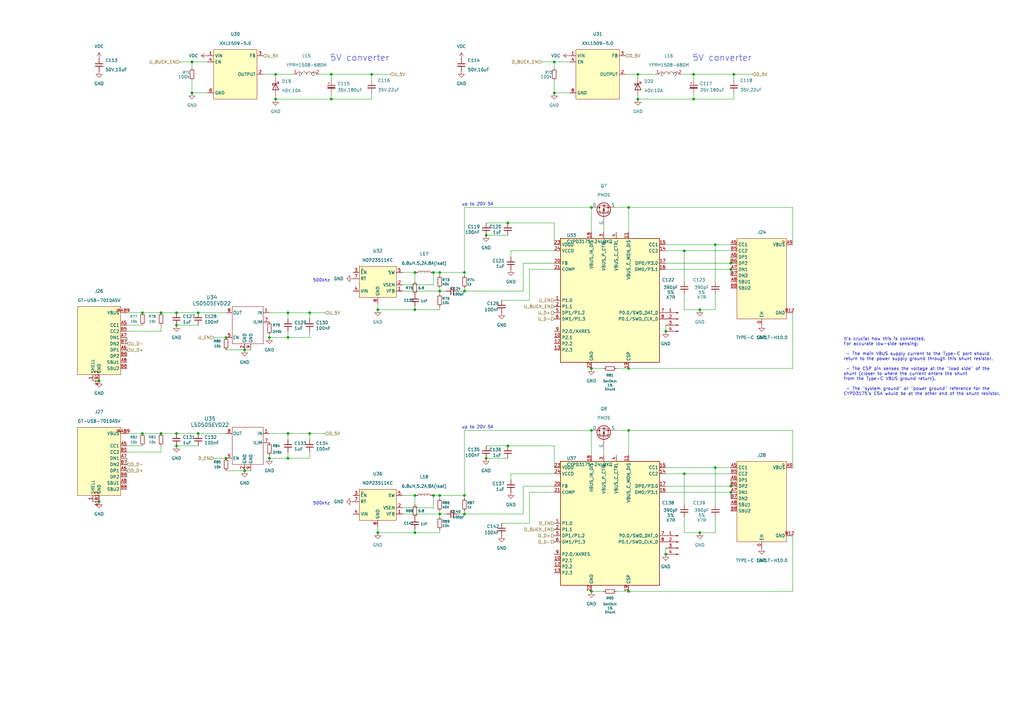
<source format=kicad_sch>
(kicad_sch (version 20250114) (generator "eeschema") (generator_version "9.0")
  (paper "A3")
  (text "up to 20V 5A" (at 202.438 175.26 0) (effects (font (size 1.27 1.27)) (justify right)))
  (text "5V converter" (at 296.164 23.876 0) (effects (font (size 2.54 2.54))))
  (text "up to 20V 5A" (at 202.438 83.82 0) (effects (font (size 1.27 1.27)) (justify right)))
  (text "500khz" (at 131.826 206.502 0) (effects (font (size 1.27 1.27))))
  (text "500khz" (at 131.826 115.062 0) (effects (font (size 1.27 1.27))))
  (text "5V converter" (at 147.574 23.876 0) (effects (font (size 2.54 2.54))))
  (text "It's crucial how this is connected.\nFor accurate low-side sensing:\n\n - The main VBUS supply current to the Type-C port should\nreturn to the power supply ground through this shunt resistor.\n\n - The CSP pin senses the voltage at the \"load side\" of the\nshunt (closer to where the current enters the shunt\nfrom the Type-C VBUS ground return).\n\n - The \"system ground\" or \"power ground\" reference for the\nCYPD3175's CSA would be at the other end of the shunt resistor." (at 345.948 150.368 0) (effects (font (size 1.27 1.27)) (justify left)))
  (junction (at 284.48 40.64))
  (junction (at 299.72 110.49))
  (junction (at 190.5 119.38))
  (junction (at 180.34 203.2))
  (junction (at 110.49 187.96))
  (junction (at 287.02 127))
  (junction (at 58.42 177.8))
  (junction (at 257.81 242.57))
  (junction (at 100.33 143.51))
  (junction (at 92.71 138.43))
  (junction (at 261.62 40.64))
  (junction (at 199.39 187.96))
  (junction (at 154.94 127))
  (junction (at 72.39 177.8))
  (junction (at 257.81 176.53))
  (junction (at 257.81 151.13))
  (junction (at 287.02 218.44))
  (junction (at 280.67 194.31))
  (junction (at 127 177.8))
  (junction (at 190.5 203.2))
  (junction (at 177.8 203.2))
  (junction (at 242.57 85.09))
  (junction (at 293.37 191.77))
  (junction (at 180.34 119.38))
  (junction (at 135.89 30.48))
  (junction (at 154.94 218.44))
  (junction (at 66.04 177.8))
  (junction (at 170.18 218.44))
  (junction (at 208.28 91.44))
  (junction (at 72.39 182.88))
  (junction (at 293.37 100.33))
  (junction (at 113.03 40.64))
  (junction (at 81.28 128.27))
  (junction (at 242.57 242.57))
  (junction (at 242.57 176.53))
  (junction (at 180.34 111.76))
  (junction (at 190.5 111.76))
  (junction (at 135.89 40.64))
  (junction (at 152.4 30.48))
  (junction (at 299.72 201.93))
  (junction (at 170.18 111.76))
  (junction (at 273.05 227.33))
  (junction (at 118.11 187.96))
  (junction (at 257.81 85.09))
  (junction (at 72.39 128.27))
  (junction (at 199.39 96.52))
  (junction (at 280.67 102.87))
  (junction (at 208.28 182.88))
  (junction (at 227.33 25.4))
  (junction (at 170.18 203.2))
  (junction (at 40.64 156.21))
  (junction (at 242.57 151.13))
  (junction (at 299.72 199.39))
  (junction (at 78.74 38.1))
  (junction (at 177.8 111.76))
  (junction (at 118.11 177.8))
  (junction (at 40.64 205.74))
  (junction (at 100.33 193.04))
  (junction (at 273.05 135.89))
  (junction (at 118.11 128.27))
  (junction (at 78.74 25.4))
  (junction (at 66.04 128.27))
  (junction (at 110.49 138.43))
  (junction (at 300.99 30.48))
  (junction (at 190.5 210.82))
  (junction (at 72.39 133.35))
  (junction (at 299.72 107.95))
  (junction (at 118.11 138.43))
  (junction (at 261.62 30.48))
  (junction (at 227.33 38.1))
  (junction (at 92.71 187.96))
  (junction (at 113.03 30.48))
  (junction (at 81.28 177.8))
  (junction (at 284.48 30.48))
  (junction (at 180.34 210.82))
  (junction (at 127 128.27))
  (junction (at 58.42 128.27))
  (junction (at 170.18 127))
  (wire (pts (xy 38.1 205.74) (xy 40.64 205.74)))
  (wire (pts (xy 170.18 127) (xy 180.34 127)))
  (wire (pts (xy 273.05 110.49) (xy 299.72 110.49)))
  (wire (pts (xy 66.04 128.27) (xy 72.39 128.27)))
  (wire (pts (xy 261.62 40.64) (xy 284.48 40.64)))
  (wire (pts (xy 227.33 25.4) (xy 227.33 27.94)))
  (wire (pts (xy 135.89 40.64) (xy 135.89 38.1)))
  (wire (pts (xy 300.99 30.48) (xy 308.61 30.48)))
  (wire (pts (xy 170.18 203.2) (xy 170.18 207.01)))
  (wire (pts (xy 242.57 176.53) (xy 242.57 186.69)))
  (wire (pts (xy 325.12 151.13) (xy 325.12 128.27)))
  (wire (pts (xy 284.48 40.64) (xy 284.48 38.1)))
  (wire (pts (xy 177.8 116.84) (xy 177.8 111.76)))
  (wire (pts (xy 252.73 176.53) (xy 257.81 176.53)))
  (wire (pts (xy 242.57 151.13) (xy 247.65 151.13)))
  (wire (pts (xy 261.62 30.48) (xy 269.24 30.48)))
  (wire (pts (xy 133.35 128.27) (xy 127 128.27)))
  (wire (pts (xy 100.33 143.51) (xy 102.87 143.51)))
  (wire (pts (xy 177.8 208.28) (xy 177.8 203.2)))
  (wire (pts (xy 66.04 177.8) (xy 72.39 177.8)))
  (wire (pts (xy 257.81 176.53) (xy 325.12 176.53)))
  (wire (pts (xy 190.5 119.38) (xy 187.96 119.38)))
  (wire (pts (xy 217.17 110.49) (xy 217.17 123.19)))
  (wire (pts (xy 227.33 38.1) (xy 227.33 33.02)))
  (wire (pts (xy 325.12 85.09) (xy 325.12 100.33)))
  (wire (pts (xy 299.72 201.93) (xy 299.72 204.47)))
  (wire (pts (xy 217.17 123.19) (xy 205.74 123.19)))
  (wire (pts (xy 87.63 138.43) (xy 92.71 138.43)))
  (wire (pts (xy 300.99 30.48) (xy 300.99 33.02)))
  (wire (pts (xy 52.07 193.04) (xy 52.07 195.58)))
  (wire (pts (xy 133.35 177.8) (xy 127 177.8)))
  (wire (pts (xy 299.72 110.49) (xy 299.72 113.03)))
  (wire (pts (xy 273.05 107.95) (xy 299.72 107.95)))
  (wire (pts (xy 217.17 214.63) (xy 205.74 214.63)))
  (wire (pts (xy 154.94 124.46) (xy 154.94 127)))
  (wire (pts (xy 299.72 199.39) (xy 299.72 196.85)))
  (wire (pts (xy 190.5 119.38) (xy 214.63 119.38)))
  (wire (pts (xy 118.11 138.43) (xy 127 138.43)))
  (wire (pts (xy 300.99 40.64) (xy 300.99 38.1)))
  (wire (pts (xy 284.48 40.64) (xy 300.99 40.64)))
  (wire (pts (xy 152.4 30.48) (xy 152.4 33.02)))
  (wire (pts (xy 154.94 215.9) (xy 154.94 218.44)))
  (wire (pts (xy 78.74 38.1) (xy 85.09 38.1)))
  (wire (pts (xy 257.81 151.13) (xy 325.12 151.13)))
  (wire (pts (xy 127 135.89) (xy 127 138.43)))
  (wire (pts (xy 154.94 218.44) (xy 170.18 218.44)))
  (wire (pts (xy 227.33 91.44) (xy 227.33 100.33)))
  (wire (pts (xy 208.28 91.44) (xy 227.33 91.44)))
  (wire (pts (xy 199.39 96.52) (xy 208.28 96.52)))
  (wire (pts (xy 293.37 212.09) (xy 293.37 218.44)))
  (wire (pts (xy 52.07 185.42) (xy 66.04 185.42)))
  (wire (pts (xy 130.81 30.48) (xy 135.89 30.48)))
  (wire (pts (xy 118.11 128.27) (xy 110.49 128.27)))
  (wire (pts (xy 52.07 187.96) (xy 52.07 190.5)))
  (wire (pts (xy 190.5 209.55) (xy 190.5 210.82)))
  (wire (pts (xy 180.34 111.76) (xy 190.5 111.76)))
  (wire (pts (xy 113.03 30.48) (xy 120.65 30.48)))
  (wire (pts (xy 110.49 138.43) (xy 118.11 138.43)))
  (wire (pts (xy 190.5 113.03) (xy 190.5 111.76)))
  (wire (pts (xy 154.94 127) (xy 170.18 127)))
  (wire (pts (xy 208.28 182.88) (xy 227.33 182.88)))
  (wire (pts (xy 118.11 185.42) (xy 118.11 187.96)))
  (wire (pts (xy 280.67 194.31) (xy 280.67 207.01)))
  (wire (pts (xy 66.04 185.42) (xy 66.04 182.88)))
  (wire (pts (xy 72.39 177.8) (xy 81.28 177.8)))
  (wire (pts (xy 325.12 242.57) (xy 325.12 219.71)))
  (wire (pts (xy 52.07 143.51) (xy 52.07 146.05)))
  (wire (pts (xy 222.25 25.4) (xy 227.33 25.4)))
  (wire (pts (xy 110.49 138.43) (xy 110.49 137.16)))
  (wire (pts (xy 190.5 85.09) (xy 242.57 85.09)))
  (wire (pts (xy 247.65 184.15) (xy 247.65 186.69)))
  (wire (pts (xy 190.5 118.11) (xy 190.5 119.38)))
  (wire (pts (xy 280.67 102.87) (xy 299.72 102.87)))
  (wire (pts (xy 100.33 193.04) (xy 102.87 193.04)))
  (wire (pts (xy 81.28 177.8) (xy 92.71 177.8)))
  (wire (pts (xy 180.34 127) (xy 180.34 125.73)))
  (wire (pts (xy 190.5 176.53) (xy 242.57 176.53)))
  (wire (pts (xy 135.89 30.48) (xy 152.4 30.48)))
  (wire (pts (xy 257.81 176.53) (xy 257.81 186.69)))
  (wire (pts (xy 252.73 242.57) (xy 257.81 242.57)))
  (wire (pts (xy 256.54 30.48) (xy 261.62 30.48)))
  (wire (pts (xy 87.63 187.96) (xy 92.71 187.96)))
  (wire (pts (xy 72.39 133.35) (xy 81.28 133.35)))
  (wire (pts (xy 209.55 102.87) (xy 209.55 105.41)))
  (wire (pts (xy 52.07 138.43) (xy 52.07 140.97)))
  (wire (pts (xy 261.62 40.64) (xy 261.62 39.37)))
  (wire (pts (xy 190.5 210.82) (xy 214.63 210.82)))
  (wire (pts (xy 58.42 128.27) (xy 66.04 128.27)))
  (wire (pts (xy 127 130.81) (xy 127 128.27)))
  (wire (pts (xy 180.34 210.82) (xy 182.88 210.82)))
  (wire (pts (xy 273.05 194.31) (xy 280.67 194.31)))
  (wire (pts (xy 180.34 203.2) (xy 190.5 203.2)))
  (wire (pts (xy 214.63 210.82) (xy 214.63 199.39)))
  (wire (pts (xy 293.37 120.65) (xy 293.37 127)))
  (wire (pts (xy 279.4 30.48) (xy 284.48 30.48)))
  (wire (pts (xy 252.73 151.13) (xy 257.81 151.13)))
  (wire (pts (xy 180.34 119.38) (xy 180.34 120.65)))
  (wire (pts (xy 227.33 182.88) (xy 227.33 191.77)))
  (wire (pts (xy 257.81 85.09) (xy 257.81 95.25)))
  (wire (pts (xy 280.67 212.09) (xy 280.67 218.44)))
  (wire (pts (xy 209.55 194.31) (xy 209.55 196.85)))
  (wire (pts (xy 52.07 133.35) (xy 58.42 133.35)))
  (wire (pts (xy 273.05 199.39) (xy 299.72 199.39)))
  (wire (pts (xy 127 128.27) (xy 118.11 128.27)))
  (wire (pts (xy 170.18 218.44) (xy 170.18 217.17)))
  (wire (pts (xy 199.39 182.88) (xy 208.28 182.88)))
  (wire (pts (xy 38.1 156.21) (xy 40.64 156.21)))
  (wire (pts (xy 293.37 100.33) (xy 293.37 115.57)))
  (wire (pts (xy 52.07 128.27) (xy 58.42 128.27)))
  (wire (pts (xy 325.12 176.53) (xy 325.12 191.77)))
  (wire (pts (xy 118.11 187.96) (xy 127 187.96)))
  (wire (pts (xy 127 177.8) (xy 118.11 177.8)))
  (wire (pts (xy 293.37 191.77) (xy 299.72 191.77)))
  (wire (pts (xy 170.18 111.76) (xy 170.18 115.57)))
  (wire (pts (xy 227.33 38.1) (xy 233.68 38.1)))
  (wire (pts (xy 180.34 111.76) (xy 180.34 113.03)))
  (wire (pts (xy 273.05 102.87) (xy 280.67 102.87)))
  (wire (pts (xy 118.11 180.34) (xy 118.11 177.8)))
  (wire (pts (xy 209.55 102.87) (xy 227.33 102.87)))
  (wire (pts (xy 214.63 119.38) (xy 214.63 107.95)))
  (wire (pts (xy 110.49 187.96) (xy 110.49 186.69)))
  (wire (pts (xy 190.5 203.2) (xy 190.5 176.53)))
  (wire (pts (xy 152.4 30.48) (xy 160.02 30.48)))
  (wire (pts (xy 127 180.34) (xy 127 177.8)))
  (wire (pts (xy 284.48 30.48) (xy 300.99 30.48)))
  (wire (pts (xy 293.37 218.44) (xy 287.02 218.44)))
  (wire (pts (xy 180.34 118.11) (xy 180.34 119.38)))
  (wire (pts (xy 52.07 135.89) (xy 66.04 135.89)))
  (wire (pts (xy 127 185.42) (xy 127 187.96)))
  (wire (pts (xy 180.34 218.44) (xy 180.34 217.17)))
  (wire (pts (xy 78.74 25.4) (xy 78.74 27.94)))
  (wire (pts (xy 273.05 201.93) (xy 299.72 201.93)))
  (wire (pts (xy 280.67 120.65) (xy 280.67 127)))
  (wire (pts (xy 170.18 127) (xy 170.18 125.73)))
  (wire (pts (xy 299.72 107.95) (xy 299.72 105.41)))
  (wire (pts (xy 165.1 210.82) (xy 180.34 210.82)))
  (wire (pts (xy 247.65 92.71) (xy 247.65 95.25)))
  (wire (pts (xy 113.03 31.75) (xy 113.03 30.48)))
  (wire (pts (xy 214.63 199.39) (xy 227.33 199.39)))
  (wire (pts (xy 252.73 85.09) (xy 257.81 85.09)))
  (wire (pts (xy 293.37 191.77) (xy 293.37 207.01)))
  (wire (pts (xy 190.5 111.76) (xy 190.5 85.09)))
  (wire (pts (xy 58.42 177.8) (xy 66.04 177.8)))
  (wire (pts (xy 78.74 38.1) (xy 78.74 33.02)))
  (wire (pts (xy 92.71 143.51) (xy 100.33 143.51)))
  (wire (pts (xy 273.05 224.79) (xy 273.05 227.33)))
  (wire (pts (xy 190.5 204.47) (xy 190.5 203.2)))
  (wire (pts (xy 261.62 31.75) (xy 261.62 30.48)))
  (wire (pts (xy 92.71 193.04) (xy 100.33 193.04)))
  (wire (pts (xy 280.67 218.44) (xy 287.02 218.44)))
  (wire (pts (xy 177.8 203.2) (xy 180.34 203.2)))
  (wire (pts (xy 227.33 25.4) (xy 233.68 25.4)))
  (wire (pts (xy 280.67 102.87) (xy 280.67 115.57)))
  (wire (pts (xy 110.49 187.96) (xy 118.11 187.96)))
  (wire (pts (xy 118.11 135.89) (xy 118.11 138.43)))
  (wire (pts (xy 190.5 210.82) (xy 187.96 210.82)))
  (wire (pts (xy 217.17 201.93) (xy 217.17 214.63)))
  (wire (pts (xy 118.11 130.81) (xy 118.11 128.27)))
  (wire (pts (xy 152.4 40.64) (xy 152.4 38.1)))
  (wire (pts (xy 113.03 40.64) (xy 135.89 40.64)))
  (wire (pts (xy 217.17 201.93) (xy 227.33 201.93)))
  (wire (pts (xy 280.67 127) (xy 287.02 127)))
  (wire (pts (xy 214.63 107.95) (xy 227.33 107.95)))
  (wire (pts (xy 165.1 116.84) (xy 177.8 116.84)))
  (wire (pts (xy 180.34 119.38) (xy 182.88 119.38)))
  (wire (pts (xy 78.74 25.4) (xy 85.09 25.4)))
  (wire (pts (xy 81.28 128.27) (xy 92.71 128.27)))
  (wire (pts (xy 284.48 33.02) (xy 284.48 30.48)))
  (wire (pts (xy 209.55 194.31) (xy 227.33 194.31)))
  (wire (pts (xy 165.1 111.76) (xy 170.18 111.76)))
  (wire (pts (xy 180.34 203.2) (xy 180.34 204.47)))
  (wire (pts (xy 113.03 40.64) (xy 113.03 39.37)))
  (wire (pts (xy 180.34 209.55) (xy 180.34 210.82)))
  (wire (pts (xy 107.95 30.48) (xy 113.03 30.48)))
  (wire (pts (xy 273.05 133.35) (xy 273.05 135.89)))
  (wire (pts (xy 273.05 191.77) (xy 293.37 191.77)))
  (wire (pts (xy 170.18 218.44) (xy 180.34 218.44)))
  (wire (pts (xy 293.37 127) (xy 287.02 127)))
  (wire (pts (xy 165.1 208.28) (xy 177.8 208.28)))
  (wire (pts (xy 242.57 242.57) (xy 247.65 242.57)))
  (wire (pts (xy 242.57 85.09) (xy 242.57 95.25)))
  (wire (pts (xy 217.17 110.49) (xy 227.33 110.49)))
  (wire (pts (xy 257.81 242.57) (xy 325.12 242.57)))
  (wire (pts (xy 52.07 182.88) (xy 58.42 182.88)))
  (wire (pts (xy 180.34 210.82) (xy 180.34 212.09)))
  (wire (pts (xy 280.67 194.31) (xy 299.72 194.31)))
  (wire (pts (xy 135.89 40.64) (xy 152.4 40.64)))
  (wire (pts (xy 72.39 128.27) (xy 81.28 128.27)))
  (wire (pts (xy 118.11 177.8) (xy 110.49 177.8)))
  (wire (pts (xy 273.05 100.33) (xy 293.37 100.33)))
  (wire (pts (xy 135.89 33.02) (xy 135.89 30.48)))
  (wire (pts (xy 293.37 100.33) (xy 299.72 100.33)))
  (wire (pts (xy 73.66 25.4) (xy 78.74 25.4)))
  (wire (pts (xy 257.81 85.09) (xy 325.12 85.09)))
  (wire (pts (xy 72.39 182.88) (xy 81.28 182.88)))
  (wire (pts (xy 165.1 203.2) (xy 170.18 203.2)))
  (wire (pts (xy 199.39 187.96) (xy 208.28 187.96)))
  (wire (pts (xy 165.1 119.38) (xy 180.34 119.38)))
  (wire (pts (xy 177.8 111.76) (xy 180.34 111.76)))
  (wire (pts (xy 66.04 135.89) (xy 66.04 133.35)))
  (wire (pts (xy 52.07 177.8) (xy 58.42 177.8)))
  (wire (pts (xy 199.39 91.44) (xy 208.28 91.44)))
  (hierarchical_label "U_D+" (shape input) (at 227.33 128.27 180))
  (hierarchical_label "D_5V" (shape input) (at 133.35 177.8 0))
  (hierarchical_label "D_5V" (shape input) (at 256.54 22.86 0))
  (hierarchical_label "U_EN" (shape input) (at 227.33 123.19 180))
  (hierarchical_label "D_D+" (shape input) (at 52.07 193.04 0))
  (hierarchical_label "D_EN" (shape input) (at 87.63 187.96 180))
  (hierarchical_label "D_D-" (shape input) (at 52.07 190.5 0))
  (hierarchical_label "U_BUCK_EN" (shape input) (at 73.66 25.4 180))
  (hierarchical_label "D_BUCK_EN" (shape input) (at 227.33 217.17 180))
  (hierarchical_label "U_5V" (shape input) (at 160.02 30.48 0))
  (hierarchical_label "D_EN" (shape input) (at 227.33 214.63 180))
  (hierarchical_label "D_D-" (shape input) (at 227.33 222.25 180))
  (hierarchical_label "D_5V" (shape input) (at 308.61 30.48 0))
  (hierarchical_label "U_D-" (shape input) (at 52.07 140.97 0))
  (hierarchical_label "U_EN" (shape input) (at 87.63 138.43 180))
  (hierarchical_label "U_5V" (shape input) (at 133.35 128.27 0))
  (hierarchical_label "D_D+" (shape input) (at 227.33 219.71 180))
  (hierarchical_label "U_D+" (shape input) (at 52.07 143.51 0))
  (hierarchical_label "U_5V" (shape input) (at 107.95 22.86 0))
  (hierarchical_label "U_BUCK_EN" (shape input) (at 227.33 125.73 180))
  (hierarchical_label "U_D-" (shape input) (at 227.33 130.81 180))
  (hierarchical_label "D_BUCK_EN" (shape input) (at 222.25 25.4 180))
  (symbol (lib_id "Device:C_Small") (at 208.28 93.98 0) (mirror x) (unit 1)
    (property "Reference" "C120" (at 205.74 92.964 0) (effects (justify right)))
    (property "Value" "1uF" (at 205.74 95.25 0) (effects (justify right)))
    (property "Footprint" "Capacitor_SMD:C_0402_1005Metric_Pad0.74x0.62mm_HandSolder" (effects (hide yes)))
    (property "Description" "Unpolarized capacitor, small symbol" (effects (hide yes)))
  )
  (symbol (lib_id "Device:C_Small") (at 205.74 125.73 0) (mirror y) (unit 1)
    (property "Reference" "C126" (at 199.644 124.46 0) (effects (justify right)))
    (property "Value" "100nF" (at 198.628 127 0) (effects (justify right)))
    (property "Footprint" "Capacitor_SMD:C_0201_0603Metric_Pad0.64x0.40mm_HandSolder" (effects (hide yes)))
    (property "Description" "Unpolarized capacitor, small symbol" (effects (hide yes)))
  )
  (symbol (lib_id "power:GND") (at 205.74 219.71 0) (unit 1)
    (property "Reference" "#PWR0195" (effects (hide yes)))
    (property "Value" "GND" (at 205.74 224.79 0))
    (property "Description" "Power symbol creates a global label with name \"GND\" , ground" (effects (hide yes)))
  )
  (symbol (lib_id "power:GND") (at 154.94 127 0) (unit 1)
    (property "Reference" "#PWR0176" (effects (hide yes)))
    (property "Value" "GND" (at 154.94 132.08 0))
    (property "Description" "Power symbol creates a global label with name \"GND\" , ground" (effects (hide yes)))
  )
  (symbol (lib_id "Device:D_Schottky") (at 261.62 35.56 270) (unit 1)
    (property "Reference" "D20" (at 264.16 33.3374 90) (effects (justify left)))
    (property "Value" "40V,10A" (at 264.16 37.1474 90) (effects (justify left)))
    (property "Footprint" "Diode_SMD:D_SMB_Handsoldering" (effects (hide yes)))
    (property "Description" "Schottky diode" (effects (hide yes)))
  )
  (symbol (lib_id "power:GND") (at 312.42 133.35 0) (mirror y) (unit 1)
    (property "Reference" "#PWR0180" (effects (hide yes)))
    (property "Value" "GND" (at 312.42 138.43 0))
    (property "Description" "Power symbol creates a global label with name \"GND\" , ground" (effects (hide yes)))
  )
  (symbol (lib_id "easyeda2kicad:YPRH1508-680M") (at 125.73 30.48 0) (unit 1)
    (property "Reference" "L15" (at 125.73 22.86 0))
    (property "Value" "YPRH1508-680M" (at 125.73 26.67 0))
    (property "Footprint" "easyeda2kicad:IND-SMD_L15.0-W15.0" (effects (hide yes)))
    (property "LCSC Part" "C970544" (effects (hide yes)))
  )
  (symbol (lib_id "power:GND") (at 199.39 187.96 0) (unit 1)
    (property "Reference" "#PWR0188" (effects (hide yes)))
    (property "Value" "GND" (at 199.39 193.04 0))
    (property "Description" "Power symbol creates a global label with name \"GND\" , ground" (effects (hide yes)))
  )
  (symbol (lib_id "Simulation_SPICE:PMOS") (at 247.65 87.63 90) (unit 1)
    (property "Reference" "Q7" (at 247.65 76.2 90))
    (property "Value" "PMOS" (at 247.65 80.01 90))
    (property "Footprint" "easyeda2kicad:PDFN-8_L5.2-W5.9-P1.27-LS6.2-BL" (effects (hide yes)))
    (property "Datasheet" "https://ngspice.sourceforge.io/docs/ngspice-html-manual/manual.xhtml#cha_MOSFETs" (effects (hide yes)))
    (property "Description" "P-MOSFET transistor, drain/source/gate" (effects (hide yes)))
    (property "Sim.Device" "PMOS" (effects (hide yes)))
    (property "Sim.Type" "VDMOS" (effects (hide yes)))
    (property "Sim.Pins" "1=D 2=G 3=S" (effects (hide yes)))
  )
  (symbol (lib_id "power:GND") (at 242.57 242.57 0) (unit 1)
    (property "Reference" "#PWR0198" (effects (hide yes)))
    (property "Value" "GND" (at 242.57 247.65 0))
    (property "Description" "Power symbol creates a global label with name \"GND\" , ground" (effects (hide yes)))
  )
  (symbol (lib_id "Device:C_Small") (at 152.4 35.56 0) (unit 1)
    (property "Reference" "C116" (at 154.94 33.02 0) (effects (justify left)))
    (property "Value" "35V,22uF" (at 154.94 36.83 0) (effects (justify left)))
    (property "Footprint" "Capacitor_SMD:C_0805_2012Metric_Pad1.18x1.45mm_HandSolder" (effects (hide yes)))
    (property "Description" "Unpolarized capacitor, small symbol" (effects (hide yes)))
  )
  (symbol (lib_id "power:VDC") (at 40.64 24.13 0) (unit 1)
    (property "Reference" "#PWR0165" (effects (hide yes)))
    (property "Value" "VDC" (at 40.64 19.05 0))
    (property "Description" "Power symbol creates a global label with name \"VDC\"" (effects (hide yes)))
  )
  (symbol (lib_id "Device:R_Small") (at 110.49 184.15 0) (unit 1)
    (property "Reference" "R84" (at 111.76 182.88 0) (effects (font (size 1.016 1.016)) (justify left)))
    (property "Value" "249k" (at 111.76 185.547 0) (effects (font (size 1.016 1.016)) (justify left)))
    (property "Footprint" "Resistor_SMD:R_0402_1005Metric_Pad0.72x0.64mm_HandSolder" (effects (hide yes)))
    (property "Description" "Resistor, small symbol" (effects (hide yes)))
  )
  (symbol (lib_id "Device:C_Small") (at 300.99 35.56 0) (unit 1)
    (property "Reference" "C118" (at 303.53 33.02 0) (effects (justify left)))
    (property "Value" "35V,22uF" (at 303.53 36.83 0) (effects (justify left)))
    (property "Footprint" "Capacitor_SMD:C_0805_2012Metric_Pad1.18x1.45mm_HandSolder" (effects (hide yes)))
    (property "Description" "Unpolarized capacitor, small symbol" (effects (hide yes)))
  )
  (symbol (lib_id "power:GND") (at 40.64 156.21 0) (mirror y) (unit 1)
    (property "Reference" "#PWR0185" (effects (hide yes)))
    (property "Value" "GND" (at 40.64 161.29 0))
    (property "Description" "Power symbol creates a global label with name \"GND\" , ground" (effects (hide yes)))
  )
  (symbol (lib_id "power:GND") (at 110.49 138.43 0) (mirror y) (unit 1)
    (property "Reference" "#PWR0182" (effects (hide yes)))
    (property "Value" "GND" (at 110.49 143.51 0))
    (property "Description" "Power symbol creates a global label with name \"GND\" , ground" (effects (hide yes)))
  )
  (symbol (lib_id "easyeda2kicad:YPRH1508-680M") (at 274.32 30.48 0) (unit 1)
    (property "Reference" "L16" (at 274.32 22.86 0))
    (property "Value" "YPRH1508-680M" (at 274.32 26.67 0))
    (property "Footprint" "easyeda2kicad:IND-SMD_L15.0-W15.0" (effects (hide yes)))
    (property "LCSC Part" "C970544" (effects (hide yes)))
  )
  (symbol (lib_id "Device:C_Small") (at 209.55 107.95 0) (mirror x) (unit 1)
    (property "Reference" "C121" (at 207.01 106.934 0) (effects (justify right)))
    (property "Value" "1uF" (at 207.01 109.22 0) (effects (justify right)))
    (property "Footprint" "Capacitor_SMD:C_0402_1005Metric_Pad0.74x0.62mm_HandSolder" (effects (hide yes)))
    (property "Description" "Unpolarized capacitor, small symbol" (effects (hide yes)))
  )
  (symbol (lib_id "Device:C_Small") (at 199.39 185.42 0) (mirror x) (unit 1)
    (property "Reference" "C135" (at 196.85 184.404 0) (effects (justify right)))
    (property "Value" "100nF" (at 196.85 186.69 0) (effects (justify right)))
    (property "Footprint" "Capacitor_SMD:C_0201_0603Metric_Pad0.64x0.40mm_HandSolder" (effects (hide yes)))
    (property "Description" "Unpolarized capacitor, small symbol" (effects (hide yes)))
  )
  (symbol (lib_id "Device:C_Polarized_Small") (at 135.89 35.56 0) (unit 1)
    (property "Reference" "C115" (at 138.43 34.29 0) (effects (justify left)))
    (property "Value" "35V,180uF" (at 138.43 36.9188 0) (effects (justify left)))
    (property "Footprint" "Capacitor_THT:CP_Radial_D8.0mm_P5.00mm" (effects (hide yes)))
    (property "Description" "Polarized capacitor, small symbol" (effects (hide yes)))
  )
  (symbol (lib_id "Device:C_Small") (at 170.18 123.19 0) (unit 1)
    (property "Reference" "C125" (at 165.608 123.19 0) (effects (font (size 1.016 1.016)) (justify left)))
    (property "Value" "1nF" (at 172.466 123.444 0) (effects (font (size 1.016 1.016)) (justify left)))
    (property "Footprint" "Capacitor_SMD:C_0201_0603Metric_Pad0.64x0.40mm_HandSolder" (effects (hide yes)))
    (property "Description" "Unpolarized capacitor, small symbol" (effects (hide yes)))
  )
  (symbol (lib_id "easyeda2kicad:TYPE-C16PLT-H10.0") (at 312.42 115.57 0) (mirror y) (unit 1)
    (property "Reference" "J24" (at 312.42 95.25 0))
    (property "Value" "TYPE-C 16PLT-H10.0" (at 312.42 138.43 0))
    (property "Footprint" "easyeda2kicad:TYPE-C-SMD_USB4120-03-C" (effects (hide yes)))
    (property "LCSC Part" "C3151749" (effects (hide yes)))
  )
  (symbol (lib_id "easyeda2kicad:GT-USB-7010ASV") (at 39.37 143.51 0) (mirror y) (unit 1)
    (property "Reference" "J26" (at 40.64 119.38 0))
    (property "Value" "GT-USB-7010ASV" (at 40.64 123.19 0))
    (property "Footprint" "easyeda2kicad:USB-C-SMD_G-SWITCH_GT-USB-7010ASV" (effects (hide yes)))
    (property "LCSC Part" "C2988369" (effects (hide yes)))
  )
  (symbol (lib_id "power:GND") (at 40.64 205.74 0) (mirror y) (unit 1)
    (property "Reference" "#PWR0191" (effects (hide yes)))
    (property "Value" "GND" (at 40.64 210.82 0))
    (property "Description" "Power symbol creates a global label with name \"GND\" , ground" (effects (hide yes)))
  )
  (symbol (lib_id "Connector:Conn_01x04_Pin") (at 278.13 222.25 0) (mirror y) (unit 1)
    (property "Reference" "J29" (effects (hide yes)))
    (property "Value" "Conn_01x04_Pin" (effects (hide yes)))
    (property "Footprint" "Connector_PinHeader_2.54mm:PinHeader_2x02_P2.54mm_Vertical" (effects (hide yes)))
    (property "Description" "Generic connector, single row, 01x04, script generated" (effects (hide yes)))
  )
  (symbol (lib_id "Device:C_Polarized_Small") (at 284.48 35.56 0) (unit 1)
    (property "Reference" "C117" (at 287.02 34.29 0) (effects (justify left)))
    (property "Value" "35V,180uF" (at 287.02 36.9188 0) (effects (justify left)))
    (property "Footprint" "Capacitor_THT:CP_Radial_D8.0mm_P5.00mm" (effects (hide yes)))
    (property "Description" "Polarized capacitor, small symbol" (effects (hide yes)))
  )
  (symbol (lib_id "Device:C_Small") (at 81.28 180.34 180) (unit 1)
    (property "Reference" "C132" (at 83.82 179.324 0) (effects (justify right)))
    (property "Value" "100nF" (at 83.82 181.61 0) (effects (justify right)))
    (property "Footprint" "Capacitor_SMD:C_0201_0603Metric_Pad0.64x0.40mm_HandSolder" (effects (hide yes)))
    (property "Description" "Unpolarized capacitor, small symbol" (effects (hide yes)))
  )
  (symbol (lib_id "Device:C_Small") (at 81.28 130.81 180) (unit 1)
    (property "Reference" "C128" (at 83.82 129.794 0) (effects (justify right)))
    (property "Value" "100nF" (at 83.82 132.08 0) (effects (justify right)))
    (property "Footprint" "Capacitor_SMD:C_0201_0603Metric_Pad0.64x0.40mm_HandSolder" (effects (hide yes)))
    (property "Description" "Unpolarized capacitor, small symbol" (effects (hide yes)))
  )
  (symbol (lib_id "easyeda2kicad:NDP23511KC") (at 154.94 207.01 0) (unit 1)
    (property "Reference" "U36" (at 154.94 194.31 0))
    (property "Value" "NDP23511KC" (at 154.94 198.12 0))
    (property "Footprint" "easyeda2kicad:SOP-8_L4.9-W3.9-P1.27-LS6.0-BL" (effects (hide yes)))
    (property "LCSC Part" "C17702285" (effects (hide yes)))
  )
  (symbol (lib_id "Device:C_Small") (at 189.23 26.67 0) (unit 1)
    (property "Reference" "C114" (at 191.77 24.7712 0) (effects (justify left)))
    (property "Value" "50V,10uF" (at 191.77 28.5812 0) (effects (justify left)))
    (property "Footprint" "Capacitor_SMD:C_1206_3216Metric_Pad1.33x1.80mm_HandSolder" (effects (hide yes)))
    (property "Description" "Unpolarized capacitor, small symbol" (effects (hide yes)))
  )
  (symbol (lib_id "power:VDC") (at 189.23 24.13 0) (unit 1)
    (property "Reference" "#PWR0166" (effects (hide yes)))
    (property "Value" "VDC" (at 189.23 19.05 0))
    (property "Description" "Power symbol creates a global label with name \"VDC\"" (effects (hide yes)))
  )
  (symbol (lib_id "power:GND") (at 144.78 114.3 270) (unit 1)
    (property "Reference" "#PWR0175" (effects (hide yes)))
    (property "Value" "GND" (at 140.97 114.2999 90) (effects (justify right)))
    (property "Description" "Power symbol creates a global label with name \"GND\" , ground" (effects (hide yes)))
  )
  (symbol (lib_id "power:GND") (at 273.05 135.89 0) (mirror y) (unit 1)
    (property "Reference" "#PWR0181" (effects (hide yes)))
    (property "Value" "GND" (at 273.05 140.97 0))
    (property "Description" "Power symbol creates a global label with name \"GND\" , ground" (effects (hide yes)))
  )
  (symbol (lib_id "power:GND") (at 72.39 133.35 0) (unit 1)
    (property "Reference" "#PWR0179" (effects (hide yes)))
    (property "Value" "GND" (at 72.39 138.43 0))
    (property "Description" "Power symbol creates a global label with name \"GND\" , ground" (effects (hide yes)))
  )
  (symbol (lib_id "Device:C_Small") (at 199.39 93.98 0) (mirror x) (unit 1)
    (property "Reference" "C119" (at 196.85 92.964 0) (effects (justify right)))
    (property "Value" "100nF" (at 196.85 95.25 0) (effects (justify right)))
    (property "Footprint" "Capacitor_SMD:C_0201_0603Metric_Pad0.64x0.40mm_HandSolder" (effects (hide yes)))
    (property "Description" "Unpolarized capacitor, small symbol" (effects (hide yes)))
  )
  (symbol (lib_id "power:GND") (at 154.94 218.44 0) (unit 1)
    (property "Reference" "#PWR0193" (effects (hide yes)))
    (property "Value" "GND" (at 154.94 223.52 0))
    (property "Description" "Power symbol creates a global label with name \"GND\" , ground" (effects (hide yes)))
  )
  (symbol (lib_id "Device:L") (at 173.99 203.2 90) (unit 1)
    (property "Reference" "L18" (at 173.99 195.58 90))
    (property "Value" "6.8uH,5.2A,8A(Isat)" (at 173.99 199.39 90))
    (property "Footprint" "easyeda2kicad:IND-SMD_L8.0-W8.0-1" (effects (hide yes)))
    (property "Description" "Inductor" (effects (hide yes)))
  )
  (symbol (lib_id "Device:C_Small") (at 280.67 118.11 0) (mirror y) (unit 1)
    (property "Reference" "C122" (at 276.606 114.808 0) (effects (justify left)))
    (property "Value" "390pF\n5%\nX7R" (at 278.13 119.888 0) (effects (justify left)))
    (property "Footprint" "Capacitor_SMD:C_0603_1608Metric_Pad1.08x0.95mm_HandSolder" (effects (hide yes)))
    (property "Description" "Unpolarized capacitor, small symbol" (effects (hide yes)))
  )
  (symbol (lib_id "Device:R_Small") (at 180.34 214.63 0) (unit 1)
    (property "Reference" "R89" (at 181.356 213.868 0) (effects (font (size 1.016 1.016)) (justify left)))
    (property "Value" "10k" (at 181.356 215.646 0) (effects (font (size 1.016 1.016)) (justify left)))
    (property "Footprint" "Resistor_SMD:R_0402_1005Metric_Pad0.72x0.64mm_HandSolder" (effects (hide yes)))
    (property "Description" "Resistor, small symbol" (effects (hide yes)))
  )
  (symbol (lib_id "Device:R_Small") (at 250.19 151.13 270) (mirror x) (unit 1)
    (property "Reference" "R81" (at 250.19 153.924 90) (effects (font (size 1.016 1.016))))
    (property "Value" "5mOhm\n1%\nShunt" (at 250.19 157.988 90) (effects (font (size 1.016 1.016))))
    (property "Footprint" "Resistor_SMD:R_1206_3216Metric_Pad1.30x1.75mm_HandSolder" (effects (hide yes)))
    (property "Description" "Resistor, small symbol" (effects (hide yes)))
  )
  (symbol (lib_id "LS0505EVD22:LS0505EVD22") (at 115.57 128.27 0) (mirror y) (unit 1)
    (property "Reference" "U34" (at 86.868 121.92 0) (effects (font (size 1.524 1.524))))
    (property "Value" "LS0505EVD22" (at 86.868 124.46 0) (effects (font (size 1.524 1.524))))
    (property "Footprint" "LS0505EVD22:LS0505EVD22_LTF" (effects (hide yes)))
    (property "Datasheet" "LS0505EVD22" (effects (hide yes)))
  )
  (symbol (lib_id "Device:C_Small") (at 209.55 199.39 0) (mirror x) (unit 1)
    (property "Reference" "C137" (at 207.01 198.374 0) (effects (justify right)))
    (property "Value" "1uF" (at 207.01 200.66 0) (effects (justify right)))
    (property "Footprint" "Capacitor_SMD:C_0402_1005Metric_Pad0.74x0.62mm_HandSolder" (effects (hide yes)))
    (property "Description" "Unpolarized capacitor, small symbol" (effects (hide yes)))
  )
  (symbol (lib_id "easyeda2kicad:XXL1509-5.0") (at 245.11 30.48 0) (mirror y) (unit 1)
    (property "Reference" "U31" (at 245.11 13.97 0))
    (property "Value" "XXL1509-5.0" (at 245.11 17.78 0))
    (property "Footprint" "easyeda2kicad:SOIC-8_L4.9-W3.9-P1.27-LS6.0-BL" (effects (hide yes)))
    (property "LCSC Part" "C42376977" (effects (hide yes)))
  )
  (symbol (lib_id "Device:C_Small") (at 40.64 26.67 0) (unit 1)
    (property "Reference" "C113" (at 43.18 24.7712 0) (effects (justify left)))
    (property "Value" "50V,10uF" (at 43.18 28.5812 0) (effects (justify left)))
    (property "Footprint" "Capacitor_SMD:C_1206_3216Metric_Pad1.33x1.80mm_HandSolder" (effects (hide yes)))
    (property "Description" "Unpolarized capacitor, small symbol" (effects (hide yes)))
  )
  (symbol (lib_id "power:GND") (at 100.33 143.51 0) (mirror y) (unit 1)
    (property "Reference" "#PWR0183" (effects (hide yes)))
    (property "Value" "GND" (at 100.33 148.59 0))
    (property "Description" "Power symbol creates a global label with name \"GND\" , ground" (effects (hide yes)))
  )
  (symbol (lib_id "Device:C_Small") (at 205.74 217.17 0) (mirror y) (unit 1)
    (property "Reference" "C142" (at 199.644 215.9 0) (effects (justify right)))
    (property "Value" "100nF" (at 198.628 218.44 0) (effects (justify right)))
    (property "Footprint" "Capacitor_SMD:C_0201_0603Metric_Pad0.64x0.40mm_HandSolder" (effects (hide yes)))
    (property "Description" "Unpolarized capacitor, small symbol" (effects (hide yes)))
  )
  (symbol (lib_id "Device:R_Small") (at 190.5 115.57 0) (unit 1)
    (property "Reference" "R74" (at 191.516 114.808 0) (effects (font (size 1.016 1.016)) (justify left)))
    (property "Value" "1k" (at 191.516 116.586 0) (effects (font (size 1.016 1.016)) (justify left)))
    (property "Footprint" "Resistor_SMD:R_0402_1005Metric_Pad0.72x0.64mm_HandSolder" (effects (hide yes)))
    (property "Description" "Resistor, small symbol" (effects (hide yes)))
  )
  (symbol (lib_id "power:GND") (at 72.39 182.88 0) (unit 1)
    (property "Reference" "#PWR0186" (effects (hide yes)))
    (property "Value" "GND" (at 72.39 187.96 0))
    (property "Description" "Power symbol creates a global label with name \"GND\" , ground" (effects (hide yes)))
  )
  (symbol (lib_id "Device:C_Small") (at 185.42 210.82 90) (unit 1)
    (property "Reference" "C140" (at 188.976 209.804 90) (effects (font (size 1.016 1.016)) (justify left)))
    (property "Value" "100pF" (at 190.5 212.09 90) (effects (font (size 1.016 1.016)) (justify left)))
    (property "Footprint" "Capacitor_SMD:C_0201_0603Metric_Pad0.64x0.40mm_HandSolder" (effects (hide yes)))
    (property "Description" "Unpolarized capacitor, small symbol" (effects (hide yes)))
  )
  (symbol (lib_id "power:GND") (at 209.55 110.49 0) (unit 1)
    (property "Reference" "#PWR0174" (effects (hide yes)))
    (property "Value" "GND" (at 209.55 115.57 0))
    (property "Description" "Power symbol creates a global label with name \"GND\" , ground" (effects (hide yes)))
  )
  (symbol (lib_id "easyeda2kicad:TYPE-C16PLT-H10.0") (at 312.42 207.01 0) (mirror y) (unit 1)
    (property "Reference" "J28" (at 312.42 186.69 0))
    (property "Value" "TYPE-C 16PLT-H10.0" (at 312.42 229.87 0))
    (property "Footprint" "easyeda2kicad:TYPE-C-SMD_USB4120-03-C" (effects (hide yes)))
    (property "LCSC Part" "C3151749" (effects (hide yes)))
  )
  (symbol (lib_id "power:VDC") (at 85.09 22.86 90) (unit 1)
    (property "Reference" "#PWR0163" (effects (hide yes)))
    (property "Value" "VDC" (at 81.28 22.8599 90) (effects (justify left)))
    (property "Description" "Power symbol creates a global label with name \"VDC\"" (effects (hide yes)))
  )
  (symbol (lib_id "power:GND") (at 209.55 201.93 0) (unit 1)
    (property "Reference" "#PWR0190" (effects (hide yes)))
    (property "Value" "GND" (at 209.55 207.01 0))
    (property "Description" "Power symbol creates a global label with name \"GND\" , ground" (effects (hide yes)))
  )
  (symbol (lib_id "easyeda2kicad:NDP23511KC") (at 154.94 115.57 0) (unit 1)
    (property "Reference" "U32" (at 154.94 102.87 0))
    (property "Value" "NDP23511KC" (at 154.94 106.68 0))
    (property "Footprint" "easyeda2kicad:SOP-8_L4.9-W3.9-P1.27-LS6.0-BL" (effects (hide yes)))
    (property "LCSC Part" "C17702285" (effects (hide yes)))
  )
  (symbol (lib_id "Connector:Conn_01x04_Pin") (at 278.13 130.81 0) (mirror y) (unit 1)
    (property "Reference" "J25" (effects (hide yes)))
    (property "Value" "Conn_01x04_Pin" (effects (hide yes)))
    (property "Footprint" "Connector_PinHeader_2.54mm:PinHeader_2x02_P2.54mm_Vertical" (effects (hide yes)))
    (property "Description" "Generic connector, single row, 01x04, script generated" (effects (hide yes)))
  )
  (symbol (lib_id "power:VDC") (at 233.68 22.86 90) (unit 1)
    (property "Reference" "#PWR0164" (effects (hide yes)))
    (property "Value" "VDC" (at 229.87 22.8599 90) (effects (justify left)))
    (property "Description" "Power symbol creates a global label with name \"VDC\"" (effects (hide yes)))
  )
  (symbol (lib_id "Device:R_Small") (at 58.42 180.34 0) (mirror y) (unit 1)
    (property "Reference" "R82" (at 56.388 179.3241 0) (effects (font (size 1.016 1.016)) (justify left)))
    (property "Value" "10k" (at 56.388 181.356 0) (effects (font (size 1.016 1.016)) (justify left)))
    (property "Footprint" "Resistor_SMD:R_0402_1005Metric_Pad0.72x0.64mm_HandSolder" (effects (hide yes)))
    (property "Description" "Resistor, small symbol" (effects (hide yes)))
  )
  (symbol (lib_id "Device:C_Small") (at 170.18 214.63 0) (unit 1)
    (property "Reference" "C141" (at 165.608 214.63 0) (effects (font (size 1.016 1.016)) (justify left)))
    (property "Value" "1nF" (at 172.466 214.884 0) (effects (font (size 1.016 1.016)) (justify left)))
    (property "Footprint" "Capacitor_SMD:C_0201_0603Metric_Pad0.64x0.40mm_HandSolder" (effects (hide yes)))
    (property "Description" "Unpolarized capacitor, small symbol" (effects (hide yes)))
  )
  (symbol (lib_id "power:GND") (at 287.02 127 0) (unit 1)
    (property "Reference" "#PWR0177" (effects (hide yes)))
    (property "Value" "GND" (at 287.02 132.08 0))
    (property "Description" "Power symbol creates a global label with name \"GND\" , ground" (effects (hide yes)))
  )
  (symbol (lib_id "Device:R_Small") (at 227.33 30.48 180) (unit 1)
    (property "Reference" "R72" (at 225.044 29.718 0) (effects (font (size 1.016 1.016))))
    (property "Value" "100k" (at 224.028 31.496 0))
    (property "Footprint" "Resistor_SMD:R_0402_1005Metric_Pad0.72x0.64mm_HandSolder" (effects (hide yes)))
    (property "Description" "Resistor, small symbol" (effects (hide yes)))
  )
  (symbol (lib_id "power:GND") (at 227.33 38.1 0) (mirror y) (unit 1)
    (property "Reference" "#PWR0170" (effects (hide yes)))
    (property "Value" "GND" (at 227.33 43.18 0))
    (property "Description" "Power symbol creates a global label with name \"GND\" , ground" (effects (hide yes)))
  )
  (symbol (lib_id "power:GND") (at 273.05 227.33 0) (mirror y) (unit 1)
    (property "Reference" "#PWR0197" (effects (hide yes)))
    (property "Value" "GND" (at 273.05 232.41 0))
    (property "Description" "Power symbol creates a global label with name \"GND\" , ground" (effects (hide yes)))
  )
  (symbol (lib_id "Device:C_Small") (at 293.37 118.11 0) (mirror y) (unit 1)
    (property "Reference" "C123" (at 289.306 114.808 0) (effects (justify left)))
    (property "Value" "390pF\n5%\nX7R" (at 290.83 119.888 0) (effects (justify left)))
    (property "Footprint" "Capacitor_SMD:C_0603_1608Metric_Pad1.08x0.95mm_HandSolder" (effects (hide yes)))
    (property "Description" "Unpolarized capacitor, small symbol" (effects (hide yes)))
  )
  (symbol (lib_id "easyeda2kicad:XXL1509-5.0") (at 96.52 30.48 0) (mirror y) (unit 1)
    (property "Reference" "U30" (at 96.52 13.97 0))
    (property "Value" "XXL1509-5.0" (at 96.52 17.78 0))
    (property "Footprint" "easyeda2kicad:SOIC-8_L4.9-W3.9-P1.27-LS6.0-BL" (effects (hide yes)))
    (property "LCSC Part" "C42376977" (effects (hide yes)))
  )
  (symbol (lib_id "Device:C_Small") (at 293.37 209.55 0) (mirror y) (unit 1)
    (property "Reference" "C139" (at 289.306 206.248 0) (effects (justify left)))
    (property "Value" "390pF\n5%\nX7R" (at 290.83 211.328 0) (effects (justify left)))
    (property "Footprint" "Capacitor_SMD:C_0603_1608Metric_Pad1.08x0.95mm_HandSolder" (effects (hide yes)))
    (property "Description" "Unpolarized capacitor, small symbol" (effects (hide yes)))
  )
  (symbol (lib_id "Device:R_Small") (at 170.18 209.55 0) (unit 1)
    (property "Reference" "R88" (at 166.37 209.55 0) (effects (font (size 1.016 1.016)) (justify left)))
    (property "Value" "6.8" (at 171.45 209.55 0) (effects (font (size 1.016 1.016)) (justify left)))
    (property "Footprint" "Resistor_SMD:R_0402_1005Metric_Pad0.72x0.64mm_HandSolder" (effects (hide yes)))
    (property "Description" "Resistor, small symbol" (effects (hide yes)))
  )
  (symbol (lib_id "power:GND") (at 261.62 40.64 0) (unit 1)
    (property "Reference" "#PWR0172" (effects (hide yes)))
    (property "Value" "GND" (at 261.62 45.72 0))
    (property "Description" "Power symbol creates a global label with name \"GND\" , ground" (effects (hide yes)))
  )
  (symbol (lib_id "Device:C_Small") (at 118.11 133.35 180) (unit 1)
    (property "Reference" "C129" (at 120.65 132.334 0) (effects (justify right)))
    (property "Value" "1uF" (at 120.65 134.62 0) (effects (justify right)))
    (property "Footprint" "Capacitor_SMD:C_0402_1005Metric_Pad0.74x0.62mm_HandSolder" (effects (hide yes)))
    (property "Description" "Unpolarized capacitor, small symbol" (effects (hide yes)))
  )
  (symbol (lib_id "Device:R_Small") (at 180.34 115.57 0) (unit 1)
    (property "Reference" "R73" (at 181.356 114.808 0) (effects (font (size 1.016 1.016)) (justify left)))
    (property "Value" "40k" (at 181.356 116.586 0) (effects (font (size 1.016 1.016)) (justify left)))
    (property "Footprint" "Resistor_SMD:R_0603_1608Metric_Pad0.98x0.95mm_HandSolder" (effects (hide yes)))
    (property "Description" "Resistor, small symbol" (effects (hide yes)))
  )
  (symbol (lib_id "LS0505EVD22:LS0505EVD22") (at 115.57 177.8 0) (mirror y) (unit 1)
    (property "Reference" "U35" (at 86.106 171.704 0) (effects (font (size 1.524 1.524))))
    (property "Value" "LS0505EVD22" (at 86.106 174.244 0) (effects (font (size 1.524 1.524))))
    (property "Footprint" "LS0505EVD22:LS0505EVD22_LTF" (effects (hide yes)))
    (property "Datasheet" "LS0505EVD22" (effects (hide yes)))
  )
  (symbol (lib_id "power:GND") (at 100.33 193.04 0) (mirror y) (unit 1)
    (property "Reference" "#PWR0189" (effects (hide yes)))
    (property "Value" "GND" (at 100.33 198.12 0))
    (property "Description" "Power symbol creates a global label with name \"GND\" , ground" (effects (hide yes)))
  )
  (symbol (lib_id "Device:R_Small") (at 78.74 30.48 180) (unit 1)
    (property "Reference" "R71" (at 76.454 29.718 0) (effects (font (size 1.016 1.016))))
    (property "Value" "100k" (at 75.438 31.496 0))
    (property "Footprint" "Resistor_SMD:R_0402_1005Metric_Pad0.72x0.64mm_HandSolder" (effects (hide yes)))
    (property "Description" "Resistor, small symbol" (effects (hide yes)))
  )
  (symbol (lib_id "power:GND") (at 40.64 29.21 0) (unit 1)
    (property "Reference" "#PWR0167" (effects (hide yes)))
    (property "Value" "GND" (at 40.64 34.29 0))
    (property "Description" "Power symbol creates a global label with name \"GND\" , ground" (effects (hide yes)))
  )
  (symbol (lib_id "power:GND") (at 113.03 40.64 0) (unit 1)
    (property "Reference" "#PWR0171" (effects (hide yes)))
    (property "Value" "GND" (at 113.03 45.72 0))
    (property "Description" "Power symbol creates a global label with name \"GND\" , ground" (effects (hide yes)))
  )
  (symbol (lib_id "Device:C_Small") (at 72.39 180.34 180) (unit 1)
    (property "Reference" "C131" (at 74.93 179.324 0) (effects (justify right)))
    (property "Value" "1uF" (at 74.93 181.61 0) (effects (justify right)))
    (property "Footprint" "Capacitor_SMD:C_0402_1005Metric_Pad0.74x0.62mm_HandSolder" (effects (hide yes)))
    (property "Description" "Unpolarized capacitor, small symbol" (effects (hide yes)))
  )
  (symbol (lib_id "Device:D_Schottky") (at 113.03 35.56 270) (unit 1)
    (property "Reference" "D19" (at 115.57 33.3374 90) (effects (justify left)))
    (property "Value" "40V,10A" (at 115.57 37.1474 90) (effects (justify left)))
    (property "Footprint" "Diode_SMD:D_SMB_Handsoldering" (effects (hide yes)))
    (property "Description" "Schottky diode" (effects (hide yes)))
  )
  (symbol (lib_id "power:GND") (at 189.23 29.21 0) (unit 1)
    (property "Reference" "#PWR0168" (effects (hide yes)))
    (property "Value" "GND" (at 189.23 34.29 0))
    (property "Description" "Power symbol creates a global label with name \"GND\" , ground" (effects (hide yes)))
  )
  (symbol (lib_id "Simulation_SPICE:PMOS") (at 247.65 179.07 90) (unit 1)
    (property "Reference" "Q8" (at 247.65 167.64 90))
    (property "Value" "PMOS" (at 247.65 171.45 90))
    (property "Footprint" "easyeda2kicad:PDFN-8_L5.2-W5.9-P1.27-LS6.2-BL" (effects (hide yes)))
    (property "Datasheet" "https://ngspice.sourceforge.io/docs/ngspice-html-manual/manual.xhtml#cha_MOSFETs" (effects (hide yes)))
    (property "Description" "P-MOSFET transistor, drain/source/gate" (effects (hide yes)))
    (property "Sim.Device" "PMOS" (effects (hide yes)))
    (property "Sim.Type" "VDMOS" (effects (hide yes)))
    (property "Sim.Pins" "1=D 2=G 3=S" (effects (hide yes)))
  )
  (symbol (lib_id "power:GND") (at 287.02 218.44 0) (unit 1)
    (property "Reference" "#PWR0194" (effects (hide yes)))
    (property "Value" "GND" (at 287.02 223.52 0))
    (property "Description" "Power symbol creates a global label with name \"GND\" , ground" (effects (hide yes)))
  )
  (symbol (lib_id "misc:CYPD3175-24LQXQ") (at 250.19 123.19 0) (unit 1)
    (property "Reference" "U33" (at 232.41 96.52 0) (effects (justify left)))
    (property "Value" "CYPD3175-24LQXQ" (at 232.41 99.06 0) (effects (justify left)))
    (property "Footprint" "Package_DFN_QFN:QFN-24-1EP_4x4mm_P0.5mm_EP2.75x2.75mm" (effects (hide yes)))
    (property "Datasheet" "https://www.infineon.com/dgdl/Infineon-EZ-PD(TM)_CCG3PA_Datasheet_USB_Type-C_Port_Controller-DataSheet-v09_00-EN.pdf?fileId=8ac78c8c7d0d8da4017d0ee438366ac0" (effects (hide yes)))
    (property "Description" "USB Type-C port controller, Cortex®-M0 processor, DFP CC with direct feedback bootloader, QFN-24" (effects (hide yes)))
  )
  (symbol (lib_id "Device:L") (at 173.99 111.76 90) (unit 1)
    (property "Reference" "L17" (at 173.99 104.14 90))
    (property "Value" "6.8uH,5.2A,8A(Isat)" (at 173.99 107.95 90))
    (property "Footprint" "easyeda2kicad:IND-SMD_L8.0-W8.0-1" (effects (hide yes)))
    (property "Description" "Inductor" (effects (hide yes)))
  )
  (symbol (lib_id "misc:CYPD3175-24LQXQ") (at 250.19 214.63 0) (unit 1)
    (property "Reference" "U37" (at 232.41 187.96 0) (effects (justify left)))
    (property "Value" "CYPD3175-24LQXQ" (at 232.41 190.5 0) (effects (justify left)))
    (property "Footprint" "Package_DFN_QFN:QFN-24-1EP_4x4mm_P0.5mm_EP2.75x2.75mm" (effects (hide yes)))
    (property "Datasheet" "https://www.infineon.com/dgdl/Infineon-EZ-PD(TM)_CCG3PA_Datasheet_USB_Type-C_Port_Controller-DataSheet-v09_00-EN.pdf?fileId=8ac78c8c7d0d8da4017d0ee438366ac0" (effects (hide yes)))
    (property "Description" "USB Type-C port controller, Cortex®-M0 processor, DFP CC with direct feedback bootloader, QFN-24" (effects (hide yes)))
  )
  (symbol (lib_id "Device:R_Small") (at 110.49 134.62 0) (unit 1)
    (property "Reference" "R79" (at 111.76 133.35 0) (effects (font (size 1.016 1.016)) (justify left)))
    (property "Value" "249k" (at 111.76 136.017 0) (effects (font (size 1.016 1.016)) (justify left)))
    (property "Footprint" "Resistor_SMD:R_0402_1005Metric_Pad0.72x0.64mm_HandSolder" (effects (hide yes)))
    (property "Description" "Resistor, small symbol" (effects (hide yes)))
  )
  (symbol (lib_id "Device:R_Small") (at 180.34 207.01 0) (unit 1)
    (property "Reference" "R86" (at 181.356 206.248 0) (effects (font (size 1.016 1.016)) (justify left)))
    (property "Value" "40k" (at 181.356 208.026 0) (effects (font (size 1.016 1.016)) (justify left)))
    (property "Footprint" "Resistor_SMD:R_0603_1608Metric_Pad0.98x0.95mm_HandSolder" (effects (hide yes)))
    (property "Description" "Resistor, small symbol" (effects (hide yes)))
  )
  (symbol (lib_id "Device:R_Small") (at 58.42 130.81 0) (mirror y) (unit 1)
    (property "Reference" "R77" (at 56.388 129.7941 0) (effects (font (size 1.016 1.016)) (justify left)))
    (property "Value" "10k" (at 56.388 131.826 0) (effects (font (size 1.016 1.016)) (justify left)))
    (property "Footprint" "Resistor_SMD:R_0402_1005Metric_Pad0.72x0.64mm_HandSolder" (effects (hide yes)))
    (property "Description" "Resistor, small symbol" (effects (hide yes)))
  )
  (symbol (lib_id "Device:C_Small") (at 280.67 209.55 0) (mirror y) (unit 1)
    (property "Reference" "C138" (at 276.606 206.248 0) (effects (justify left)))
    (property "Value" "390pF\n5%\nX7R" (at 278.13 211.328 0) (effects (justify left)))
    (property "Footprint" "Capacitor_SMD:C_0603_1608Metric_Pad1.08x0.95mm_HandSolder" (effects (hide yes)))
    (property "Description" "Unpolarized capacitor, small symbol" (effects (hide yes)))
  )
  (symbol (lib_id "Device:C_Small") (at 72.39 130.81 180) (unit 1)
    (property "Reference" "C127" (at 74.93 129.794 0) (effects (justify right)))
    (property "Value" "1uF" (at 74.93 132.08 0) (effects (justify right)))
    (property "Footprint" "Capacitor_SMD:C_0402_1005Metric_Pad0.74x0.62mm_HandSolder" (effects (hide yes)))
    (property "Description" "Unpolarized capacitor, small symbol" (effects (hide yes)))
  )
  (symbol (lib_id "Device:R_Small") (at 66.04 130.81 0) (mirror y) (unit 1)
    (property "Reference" "R78" (at 64.008 129.7941 0) (effects (font (size 1.016 1.016)) (justify left)))
    (property "Value" "10k" (at 64.008 131.826 0) (effects (font (size 1.016 1.016)) (justify left)))
    (property "Footprint" "Resistor_SMD:R_0402_1005Metric_Pad0.72x0.64mm_HandSolder" (effects (hide yes)))
    (property "Description" "Resistor, small symbol" (effects (hide yes)))
  )
  (symbol (lib_id "Device:C_Small") (at 127 133.35 180) (unit 1)
    (property "Reference" "C130" (at 129.54 132.334 0) (effects (justify right)))
    (property "Value" "100nF" (at 129.54 134.62 0) (effects (justify right)))
    (property "Footprint" "Capacitor_SMD:C_0201_0603Metric_Pad0.64x0.40mm_HandSolder" (effects (hide yes)))
    (property "Description" "Unpolarized capacitor, small symbol" (effects (hide yes)))
  )
  (symbol (lib_id "easyeda2kicad:GT-USB-7010ASV") (at 39.37 193.04 0) (mirror y) (unit 1)
    (property "Reference" "J27" (at 40.64 168.91 0))
    (property "Value" "GT-USB-7010ASV" (at 40.64 172.72 0))
    (property "Footprint" "easyeda2kicad:USB-C-SMD_G-SWITCH_GT-USB-7010ASV" (effects (hide yes)))
    (property "LCSC Part" "C2988369" (effects (hide yes)))
  )
  (symbol (lib_id "power:GND") (at 144.78 205.74 270) (unit 1)
    (property "Reference" "#PWR0192" (effects (hide yes)))
    (property "Value" "GND" (at 140.97 205.7399 90) (effects (justify right)))
    (property "Description" "Power symbol creates a global label with name \"GND\" , ground" (effects (hide yes)))
  )
  (symbol (lib_id "power:GND") (at 78.74 38.1 0) (mirror y) (unit 1)
    (property "Reference" "#PWR0169" (effects (hide yes)))
    (property "Value" "GND" (at 78.74 43.18 0))
    (property "Description" "Power symbol creates a global label with name \"GND\" , ground" (effects (hide yes)))
  )
  (symbol (lib_id "Device:C_Small") (at 185.42 119.38 90) (unit 1)
    (property "Reference" "C124" (at 188.976 118.364 90) (effects (font (size 1.016 1.016)) (justify left)))
    (property "Value" "100pF" (at 190.5 120.65 90) (effects (font (size 1.016 1.016)) (justify left)))
    (property "Footprint" "Capacitor_SMD:C_0201_0603Metric_Pad0.64x0.40mm_HandSolder" (effects (hide yes)))
    (property "Description" "Unpolarized capacitor, small symbol" (effects (hide yes)))
  )
  (symbol (lib_id "Device:R_Small") (at 66.04 180.34 0) (mirror y) (unit 1)
    (property "Reference" "R83" (at 64.008 179.3241 0) (effects (font (size 1.016 1.016)) (justify left)))
    (property "Value" "10k" (at 64.008 181.356 0) (effects (font (size 1.016 1.016)) (justify left)))
    (property "Footprint" "Resistor_SMD:R_0402_1005Metric_Pad0.72x0.64mm_HandSolder" (effects (hide yes)))
    (property "Description" "Resistor, small symbol" (effects (hide yes)))
  )
  (symbol (lib_id "Device:R_Small") (at 170.18 118.11 0) (unit 1)
    (property "Reference" "R75" (at 166.37 118.11 0) (effects (font (size 1.016 1.016)) (justify left)))
    (property "Value" "6.8" (at 171.45 118.11 0) (effects (font (size 1.016 1.016)) (justify left)))
    (property "Footprint" "Resistor_SMD:R_0402_1005Metric_Pad0.72x0.64mm_HandSolder" (effects (hide yes)))
    (property "Description" "Resistor, small symbol" (effects (hide yes)))
  )
  (symbol (lib_id "Device:C_Small") (at 118.11 182.88 180) (unit 1)
    (property "Reference" "C133" (at 120.65 181.864 0) (effects (justify right)))
    (property "Value" "1uF" (at 120.65 184.15 0) (effects (justify right)))
    (property "Footprint" "Capacitor_SMD:C_0402_1005Metric_Pad0.74x0.62mm_HandSolder" (effects (hide yes)))
    (property "Description" "Unpolarized capacitor, small symbol" (effects (hide yes)))
  )
  (symbol (lib_id "power:GND") (at 110.49 187.96 0) (mirror y) (unit 1)
    (property "Reference" "#PWR0187" (effects (hide yes)))
    (property "Value" "GND" (at 110.49 193.04 0))
    (property "Description" "Power symbol creates a global label with name \"GND\" , ground" (effects (hide yes)))
  )
  (symbol (lib_id "Device:C_Small") (at 127 182.88 180) (unit 1)
    (property "Reference" "C134" (at 129.54 181.864 0) (effects (justify right)))
    (property "Value" "100nF" (at 129.54 184.15 0) (effects (justify right)))
    (property "Footprint" "Capacitor_SMD:C_0201_0603Metric_Pad0.64x0.40mm_HandSolder" (effects (hide yes)))
    (property "Description" "Unpolarized capacitor, small symbol" (effects (hide yes)))
  )
  (symbol (lib_id "Device:R_Small") (at 92.71 140.97 0) (mirror y) (unit 1)
    (property "Reference" "R80" (at 90.678 139.9541 0) (effects (font (size 1.016 1.016)) (justify left)))
    (property "Value" "10k" (at 90.678 141.986 0) (effects (font (size 1.016 1.016)) (justify left)))
    (property "Footprint" "Resistor_SMD:R_0402_1005Metric_Pad0.72x0.64mm_HandSolder" (effects (hide yes)))
    (property "Description" "Resistor, small symbol" (effects (hide yes)))
  )
  (symbol (lib_id "Device:R_Small") (at 250.19 242.57 270) (mirror x) (unit 1)
    (property "Reference" "R90" (at 250.19 245.364 90) (effects (font (size 1.016 1.016))))
    (property "Value" "5mOhm\n1%\nShunt" (at 250.19 249.428 90) (effects (font (size 1.016 1.016))))
    (property "Footprint" "Resistor_SMD:R_1206_3216Metric_Pad1.30x1.75mm_HandSolder" (effects (hide yes)))
    (property "Description" "Resistor, small symbol" (effects (hide yes)))
  )
  (symbol (lib_id "Device:R_Small") (at 190.5 207.01 0) (unit 1)
    (property "Reference" "R87" (at 191.516 206.248 0) (effects (font (size 1.016 1.016)) (justify left)))
    (property "Value" "1k" (at 191.516 208.026 0) (effects (font (size 1.016 1.016)) (justify left)))
    (property "Footprint" "Resistor_SMD:R_0402_1005Metric_Pad0.72x0.64mm_HandSolder" (effects (hide yes)))
    (property "Description" "Resistor, small symbol" (effects (hide yes)))
  )
  (symbol (lib_id "power:GND") (at 205.74 128.27 0) (unit 1)
    (property "Reference" "#PWR0178" (effects (hide yes)))
    (property "Value" "GND" (at 205.74 133.35 0))
    (property "Description" "Power symbol creates a global label with name \"GND\" , ground" (effects (hide yes)))
  )
  (symbol (lib_id "power:GND") (at 312.42 224.79 0) (mirror y) (unit 1)
    (property "Reference" "#PWR0196" (effects (hide yes)))
    (property "Value" "GND" (at 312.42 229.87 0))
    (property "Description" "Power symbol creates a global label with name \"GND\" , ground" (effects (hide yes)))
  )
  (symbol (lib_id "Device:R_Small") (at 92.71 190.5 0) (mirror y) (unit 1)
    (property "Reference" "R85" (at 90.678 189.4841 0) (effects (font (size 1.016 1.016)) (justify left)))
    (property "Value" "10k" (at 90.678 191.516 0) (effects (font (size 1.016 1.016)) (justify left)))
    (property "Footprint" "Resistor_SMD:R_0402_1005Metric_Pad0.72x0.64mm_HandSolder" (effects (hide yes)))
    (property "Description" "Resistor, small symbol" (effects (hide yes)))
  )
  (symbol (lib_id "power:GND") (at 242.57 151.13 0) (unit 1)
    (property "Reference" "#PWR0184" (effects (hide yes)))
    (property "Value" "GND" (at 242.57 156.21 0))
    (property "Description" "Power symbol creates a global label with name \"GND\" , ground" (effects (hide yes)))
  )
  (symbol (lib_id "Device:R_Small") (at 180.34 123.19 0) (unit 1)
    (property "Reference" "R76" (at 181.356 122.428 0) (effects (font (size 1.016 1.016)) (justify left)))
    (property "Value" "10k" (at 181.356 124.206 0) (effects (font (size 1.016 1.016)) (justify left)))
    (property "Footprint" "Resistor_SMD:R_0402_1005Metric_Pad0.72x0.64mm_HandSolder" (effects (hide yes)))
    (property "Description" "Resistor, small symbol" (effects (hide yes)))
  )
  (symbol (lib_id "power:GND") (at 199.39 96.52 0) (unit 1)
    (property "Reference" "#PWR0173" (effects (hide yes)))
    (property "Value" "GND" (at 199.39 101.6 0))
    (property "Description" "Power symbol creates a global label with name \"GND\" , ground" (effects (hide yes)))
  )
  (symbol (lib_id "Device:C_Small") (at 208.28 185.42 0) (mirror x) (unit 1)
    (property "Reference" "C136" (at 205.74 184.404 0) (effects (justify right)))
    (property "Value" "1uF" (at 205.74 186.69 0) (effects (justify right)))
    (property "Footprint" "Capacitor_SMD:C_0402_1005Metric_Pad0.74x0.62mm_HandSolder" (effects (hide yes)))
    (property "Description" "Unpolarized capacitor, small symbol" (effects (hide yes)))
  )
)
</source>
